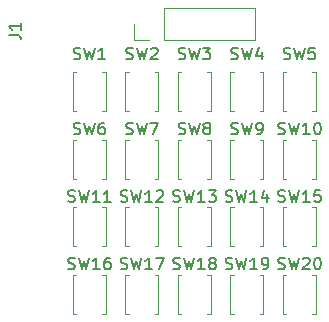
<source format=gbr>
G04 #@! TF.FileFunction,Legend,Top*
%FSLAX46Y46*%
G04 Gerber Fmt 4.6, Leading zero omitted, Abs format (unit mm)*
G04 Created by KiCad (PCBNEW 4.0.7) date 07/07/18 12:03:53*
%MOMM*%
%LPD*%
G01*
G04 APERTURE LIST*
%ADD10C,0.100000*%
%ADD11C,0.120000*%
%ADD12C,0.150000*%
G04 APERTURE END LIST*
D10*
D11*
X119845000Y-98170000D02*
X120145000Y-98170000D01*
X120145000Y-98170000D02*
X120145000Y-94870000D01*
X120145000Y-94870000D02*
X119845000Y-94870000D01*
X117645000Y-98170000D02*
X117345000Y-98170000D01*
X117345000Y-98170000D02*
X117345000Y-94870000D01*
X117345000Y-94870000D02*
X117645000Y-94870000D01*
X124290000Y-98170000D02*
X124590000Y-98170000D01*
X124590000Y-98170000D02*
X124590000Y-94870000D01*
X124590000Y-94870000D02*
X124290000Y-94870000D01*
X122090000Y-98170000D02*
X121790000Y-98170000D01*
X121790000Y-98170000D02*
X121790000Y-94870000D01*
X121790000Y-94870000D02*
X122090000Y-94870000D01*
X128735000Y-98170000D02*
X129035000Y-98170000D01*
X129035000Y-98170000D02*
X129035000Y-94870000D01*
X129035000Y-94870000D02*
X128735000Y-94870000D01*
X126535000Y-98170000D02*
X126235000Y-98170000D01*
X126235000Y-98170000D02*
X126235000Y-94870000D01*
X126235000Y-94870000D02*
X126535000Y-94870000D01*
X133180000Y-98170000D02*
X133480000Y-98170000D01*
X133480000Y-98170000D02*
X133480000Y-94870000D01*
X133480000Y-94870000D02*
X133180000Y-94870000D01*
X130980000Y-98170000D02*
X130680000Y-98170000D01*
X130680000Y-98170000D02*
X130680000Y-94870000D01*
X130680000Y-94870000D02*
X130980000Y-94870000D01*
X137625000Y-98170000D02*
X137925000Y-98170000D01*
X137925000Y-98170000D02*
X137925000Y-94870000D01*
X137925000Y-94870000D02*
X137625000Y-94870000D01*
X135425000Y-98170000D02*
X135125000Y-98170000D01*
X135125000Y-98170000D02*
X135125000Y-94870000D01*
X135125000Y-94870000D02*
X135425000Y-94870000D01*
X117645000Y-100585000D02*
X117345000Y-100585000D01*
X117345000Y-100585000D02*
X117345000Y-103885000D01*
X117345000Y-103885000D02*
X117645000Y-103885000D01*
X119845000Y-100585000D02*
X120145000Y-100585000D01*
X120145000Y-100585000D02*
X120145000Y-103885000D01*
X120145000Y-103885000D02*
X119845000Y-103885000D01*
X122090000Y-100585000D02*
X121790000Y-100585000D01*
X121790000Y-100585000D02*
X121790000Y-103885000D01*
X121790000Y-103885000D02*
X122090000Y-103885000D01*
X124290000Y-100585000D02*
X124590000Y-100585000D01*
X124590000Y-100585000D02*
X124590000Y-103885000D01*
X124590000Y-103885000D02*
X124290000Y-103885000D01*
X126535000Y-100585000D02*
X126235000Y-100585000D01*
X126235000Y-100585000D02*
X126235000Y-103885000D01*
X126235000Y-103885000D02*
X126535000Y-103885000D01*
X128735000Y-100585000D02*
X129035000Y-100585000D01*
X129035000Y-100585000D02*
X129035000Y-103885000D01*
X129035000Y-103885000D02*
X128735000Y-103885000D01*
X130980000Y-100585000D02*
X130680000Y-100585000D01*
X130680000Y-100585000D02*
X130680000Y-103885000D01*
X130680000Y-103885000D02*
X130980000Y-103885000D01*
X133180000Y-100585000D02*
X133480000Y-100585000D01*
X133480000Y-100585000D02*
X133480000Y-103885000D01*
X133480000Y-103885000D02*
X133180000Y-103885000D01*
X135425000Y-100585000D02*
X135125000Y-100585000D01*
X135125000Y-100585000D02*
X135125000Y-103885000D01*
X135125000Y-103885000D02*
X135425000Y-103885000D01*
X137625000Y-100585000D02*
X137925000Y-100585000D01*
X137925000Y-100585000D02*
X137925000Y-103885000D01*
X137925000Y-103885000D02*
X137625000Y-103885000D01*
X117645000Y-106300000D02*
X117345000Y-106300000D01*
X117345000Y-106300000D02*
X117345000Y-109600000D01*
X117345000Y-109600000D02*
X117645000Y-109600000D01*
X119845000Y-106300000D02*
X120145000Y-106300000D01*
X120145000Y-106300000D02*
X120145000Y-109600000D01*
X120145000Y-109600000D02*
X119845000Y-109600000D01*
X122090000Y-106300000D02*
X121790000Y-106300000D01*
X121790000Y-106300000D02*
X121790000Y-109600000D01*
X121790000Y-109600000D02*
X122090000Y-109600000D01*
X124290000Y-106300000D02*
X124590000Y-106300000D01*
X124590000Y-106300000D02*
X124590000Y-109600000D01*
X124590000Y-109600000D02*
X124290000Y-109600000D01*
X126535000Y-106300000D02*
X126235000Y-106300000D01*
X126235000Y-106300000D02*
X126235000Y-109600000D01*
X126235000Y-109600000D02*
X126535000Y-109600000D01*
X128735000Y-106300000D02*
X129035000Y-106300000D01*
X129035000Y-106300000D02*
X129035000Y-109600000D01*
X129035000Y-109600000D02*
X128735000Y-109600000D01*
X130980000Y-106300000D02*
X130680000Y-106300000D01*
X130680000Y-106300000D02*
X130680000Y-109600000D01*
X130680000Y-109600000D02*
X130980000Y-109600000D01*
X133180000Y-106300000D02*
X133480000Y-106300000D01*
X133480000Y-106300000D02*
X133480000Y-109600000D01*
X133480000Y-109600000D02*
X133180000Y-109600000D01*
X135425000Y-106300000D02*
X135125000Y-106300000D01*
X135125000Y-106300000D02*
X135125000Y-109600000D01*
X135125000Y-109600000D02*
X135425000Y-109600000D01*
X137625000Y-106300000D02*
X137925000Y-106300000D01*
X137925000Y-106300000D02*
X137925000Y-109600000D01*
X137925000Y-109600000D02*
X137625000Y-109600000D01*
X117645000Y-112015000D02*
X117345000Y-112015000D01*
X117345000Y-112015000D02*
X117345000Y-115315000D01*
X117345000Y-115315000D02*
X117645000Y-115315000D01*
X119845000Y-112015000D02*
X120145000Y-112015000D01*
X120145000Y-112015000D02*
X120145000Y-115315000D01*
X120145000Y-115315000D02*
X119845000Y-115315000D01*
X122090000Y-112015000D02*
X121790000Y-112015000D01*
X121790000Y-112015000D02*
X121790000Y-115315000D01*
X121790000Y-115315000D02*
X122090000Y-115315000D01*
X124290000Y-112015000D02*
X124590000Y-112015000D01*
X124590000Y-112015000D02*
X124590000Y-115315000D01*
X124590000Y-115315000D02*
X124290000Y-115315000D01*
X126535000Y-112015000D02*
X126235000Y-112015000D01*
X126235000Y-112015000D02*
X126235000Y-115315000D01*
X126235000Y-115315000D02*
X126535000Y-115315000D01*
X128735000Y-112015000D02*
X129035000Y-112015000D01*
X129035000Y-112015000D02*
X129035000Y-115315000D01*
X129035000Y-115315000D02*
X128735000Y-115315000D01*
X130980000Y-112015000D02*
X130680000Y-112015000D01*
X130680000Y-112015000D02*
X130680000Y-115315000D01*
X130680000Y-115315000D02*
X130980000Y-115315000D01*
X133180000Y-112015000D02*
X133480000Y-112015000D01*
X133480000Y-112015000D02*
X133480000Y-115315000D01*
X133480000Y-115315000D02*
X133180000Y-115315000D01*
X135425000Y-112015000D02*
X135125000Y-112015000D01*
X135125000Y-112015000D02*
X135125000Y-115315000D01*
X135125000Y-115315000D02*
X135425000Y-115315000D01*
X137625000Y-112015000D02*
X137925000Y-112015000D01*
X137925000Y-112015000D02*
X137925000Y-115315000D01*
X137925000Y-115315000D02*
X137625000Y-115315000D01*
X125095000Y-92135000D02*
X132775000Y-92135000D01*
X132775000Y-92135000D02*
X132775000Y-89475000D01*
X132775000Y-89475000D02*
X125095000Y-89475000D01*
X125095000Y-89475000D02*
X125095000Y-92135000D01*
X123825000Y-92135000D02*
X122495000Y-92135000D01*
X122495000Y-92135000D02*
X122495000Y-90805000D01*
D12*
X117411667Y-93749762D02*
X117554524Y-93797381D01*
X117792620Y-93797381D01*
X117887858Y-93749762D01*
X117935477Y-93702143D01*
X117983096Y-93606905D01*
X117983096Y-93511667D01*
X117935477Y-93416429D01*
X117887858Y-93368810D01*
X117792620Y-93321190D01*
X117602143Y-93273571D01*
X117506905Y-93225952D01*
X117459286Y-93178333D01*
X117411667Y-93083095D01*
X117411667Y-92987857D01*
X117459286Y-92892619D01*
X117506905Y-92845000D01*
X117602143Y-92797381D01*
X117840239Y-92797381D01*
X117983096Y-92845000D01*
X118316429Y-92797381D02*
X118554524Y-93797381D01*
X118745001Y-93083095D01*
X118935477Y-93797381D01*
X119173572Y-92797381D01*
X120078334Y-93797381D02*
X119506905Y-93797381D01*
X119792619Y-93797381D02*
X119792619Y-92797381D01*
X119697381Y-92940238D01*
X119602143Y-93035476D01*
X119506905Y-93083095D01*
X121856667Y-93749762D02*
X121999524Y-93797381D01*
X122237620Y-93797381D01*
X122332858Y-93749762D01*
X122380477Y-93702143D01*
X122428096Y-93606905D01*
X122428096Y-93511667D01*
X122380477Y-93416429D01*
X122332858Y-93368810D01*
X122237620Y-93321190D01*
X122047143Y-93273571D01*
X121951905Y-93225952D01*
X121904286Y-93178333D01*
X121856667Y-93083095D01*
X121856667Y-92987857D01*
X121904286Y-92892619D01*
X121951905Y-92845000D01*
X122047143Y-92797381D01*
X122285239Y-92797381D01*
X122428096Y-92845000D01*
X122761429Y-92797381D02*
X122999524Y-93797381D01*
X123190001Y-93083095D01*
X123380477Y-93797381D01*
X123618572Y-92797381D01*
X123951905Y-92892619D02*
X123999524Y-92845000D01*
X124094762Y-92797381D01*
X124332858Y-92797381D01*
X124428096Y-92845000D01*
X124475715Y-92892619D01*
X124523334Y-92987857D01*
X124523334Y-93083095D01*
X124475715Y-93225952D01*
X123904286Y-93797381D01*
X124523334Y-93797381D01*
X126301667Y-93749762D02*
X126444524Y-93797381D01*
X126682620Y-93797381D01*
X126777858Y-93749762D01*
X126825477Y-93702143D01*
X126873096Y-93606905D01*
X126873096Y-93511667D01*
X126825477Y-93416429D01*
X126777858Y-93368810D01*
X126682620Y-93321190D01*
X126492143Y-93273571D01*
X126396905Y-93225952D01*
X126349286Y-93178333D01*
X126301667Y-93083095D01*
X126301667Y-92987857D01*
X126349286Y-92892619D01*
X126396905Y-92845000D01*
X126492143Y-92797381D01*
X126730239Y-92797381D01*
X126873096Y-92845000D01*
X127206429Y-92797381D02*
X127444524Y-93797381D01*
X127635001Y-93083095D01*
X127825477Y-93797381D01*
X128063572Y-92797381D01*
X128349286Y-92797381D02*
X128968334Y-92797381D01*
X128635000Y-93178333D01*
X128777858Y-93178333D01*
X128873096Y-93225952D01*
X128920715Y-93273571D01*
X128968334Y-93368810D01*
X128968334Y-93606905D01*
X128920715Y-93702143D01*
X128873096Y-93749762D01*
X128777858Y-93797381D01*
X128492143Y-93797381D01*
X128396905Y-93749762D01*
X128349286Y-93702143D01*
X130746667Y-93749762D02*
X130889524Y-93797381D01*
X131127620Y-93797381D01*
X131222858Y-93749762D01*
X131270477Y-93702143D01*
X131318096Y-93606905D01*
X131318096Y-93511667D01*
X131270477Y-93416429D01*
X131222858Y-93368810D01*
X131127620Y-93321190D01*
X130937143Y-93273571D01*
X130841905Y-93225952D01*
X130794286Y-93178333D01*
X130746667Y-93083095D01*
X130746667Y-92987857D01*
X130794286Y-92892619D01*
X130841905Y-92845000D01*
X130937143Y-92797381D01*
X131175239Y-92797381D01*
X131318096Y-92845000D01*
X131651429Y-92797381D02*
X131889524Y-93797381D01*
X132080001Y-93083095D01*
X132270477Y-93797381D01*
X132508572Y-92797381D01*
X133318096Y-93130714D02*
X133318096Y-93797381D01*
X133080000Y-92749762D02*
X132841905Y-93464048D01*
X133460953Y-93464048D01*
X135191667Y-93749762D02*
X135334524Y-93797381D01*
X135572620Y-93797381D01*
X135667858Y-93749762D01*
X135715477Y-93702143D01*
X135763096Y-93606905D01*
X135763096Y-93511667D01*
X135715477Y-93416429D01*
X135667858Y-93368810D01*
X135572620Y-93321190D01*
X135382143Y-93273571D01*
X135286905Y-93225952D01*
X135239286Y-93178333D01*
X135191667Y-93083095D01*
X135191667Y-92987857D01*
X135239286Y-92892619D01*
X135286905Y-92845000D01*
X135382143Y-92797381D01*
X135620239Y-92797381D01*
X135763096Y-92845000D01*
X136096429Y-92797381D02*
X136334524Y-93797381D01*
X136525001Y-93083095D01*
X136715477Y-93797381D01*
X136953572Y-92797381D01*
X137810715Y-92797381D02*
X137334524Y-92797381D01*
X137286905Y-93273571D01*
X137334524Y-93225952D01*
X137429762Y-93178333D01*
X137667858Y-93178333D01*
X137763096Y-93225952D01*
X137810715Y-93273571D01*
X137858334Y-93368810D01*
X137858334Y-93606905D01*
X137810715Y-93702143D01*
X137763096Y-93749762D01*
X137667858Y-93797381D01*
X137429762Y-93797381D01*
X137334524Y-93749762D01*
X137286905Y-93702143D01*
X117411667Y-100099762D02*
X117554524Y-100147381D01*
X117792620Y-100147381D01*
X117887858Y-100099762D01*
X117935477Y-100052143D01*
X117983096Y-99956905D01*
X117983096Y-99861667D01*
X117935477Y-99766429D01*
X117887858Y-99718810D01*
X117792620Y-99671190D01*
X117602143Y-99623571D01*
X117506905Y-99575952D01*
X117459286Y-99528333D01*
X117411667Y-99433095D01*
X117411667Y-99337857D01*
X117459286Y-99242619D01*
X117506905Y-99195000D01*
X117602143Y-99147381D01*
X117840239Y-99147381D01*
X117983096Y-99195000D01*
X118316429Y-99147381D02*
X118554524Y-100147381D01*
X118745001Y-99433095D01*
X118935477Y-100147381D01*
X119173572Y-99147381D01*
X119983096Y-99147381D02*
X119792619Y-99147381D01*
X119697381Y-99195000D01*
X119649762Y-99242619D01*
X119554524Y-99385476D01*
X119506905Y-99575952D01*
X119506905Y-99956905D01*
X119554524Y-100052143D01*
X119602143Y-100099762D01*
X119697381Y-100147381D01*
X119887858Y-100147381D01*
X119983096Y-100099762D01*
X120030715Y-100052143D01*
X120078334Y-99956905D01*
X120078334Y-99718810D01*
X120030715Y-99623571D01*
X119983096Y-99575952D01*
X119887858Y-99528333D01*
X119697381Y-99528333D01*
X119602143Y-99575952D01*
X119554524Y-99623571D01*
X119506905Y-99718810D01*
X121856667Y-100099762D02*
X121999524Y-100147381D01*
X122237620Y-100147381D01*
X122332858Y-100099762D01*
X122380477Y-100052143D01*
X122428096Y-99956905D01*
X122428096Y-99861667D01*
X122380477Y-99766429D01*
X122332858Y-99718810D01*
X122237620Y-99671190D01*
X122047143Y-99623571D01*
X121951905Y-99575952D01*
X121904286Y-99528333D01*
X121856667Y-99433095D01*
X121856667Y-99337857D01*
X121904286Y-99242619D01*
X121951905Y-99195000D01*
X122047143Y-99147381D01*
X122285239Y-99147381D01*
X122428096Y-99195000D01*
X122761429Y-99147381D02*
X122999524Y-100147381D01*
X123190001Y-99433095D01*
X123380477Y-100147381D01*
X123618572Y-99147381D01*
X123904286Y-99147381D02*
X124570953Y-99147381D01*
X124142381Y-100147381D01*
X126301667Y-100099762D02*
X126444524Y-100147381D01*
X126682620Y-100147381D01*
X126777858Y-100099762D01*
X126825477Y-100052143D01*
X126873096Y-99956905D01*
X126873096Y-99861667D01*
X126825477Y-99766429D01*
X126777858Y-99718810D01*
X126682620Y-99671190D01*
X126492143Y-99623571D01*
X126396905Y-99575952D01*
X126349286Y-99528333D01*
X126301667Y-99433095D01*
X126301667Y-99337857D01*
X126349286Y-99242619D01*
X126396905Y-99195000D01*
X126492143Y-99147381D01*
X126730239Y-99147381D01*
X126873096Y-99195000D01*
X127206429Y-99147381D02*
X127444524Y-100147381D01*
X127635001Y-99433095D01*
X127825477Y-100147381D01*
X128063572Y-99147381D01*
X128587381Y-99575952D02*
X128492143Y-99528333D01*
X128444524Y-99480714D01*
X128396905Y-99385476D01*
X128396905Y-99337857D01*
X128444524Y-99242619D01*
X128492143Y-99195000D01*
X128587381Y-99147381D01*
X128777858Y-99147381D01*
X128873096Y-99195000D01*
X128920715Y-99242619D01*
X128968334Y-99337857D01*
X128968334Y-99385476D01*
X128920715Y-99480714D01*
X128873096Y-99528333D01*
X128777858Y-99575952D01*
X128587381Y-99575952D01*
X128492143Y-99623571D01*
X128444524Y-99671190D01*
X128396905Y-99766429D01*
X128396905Y-99956905D01*
X128444524Y-100052143D01*
X128492143Y-100099762D01*
X128587381Y-100147381D01*
X128777858Y-100147381D01*
X128873096Y-100099762D01*
X128920715Y-100052143D01*
X128968334Y-99956905D01*
X128968334Y-99766429D01*
X128920715Y-99671190D01*
X128873096Y-99623571D01*
X128777858Y-99575952D01*
X130746667Y-100099762D02*
X130889524Y-100147381D01*
X131127620Y-100147381D01*
X131222858Y-100099762D01*
X131270477Y-100052143D01*
X131318096Y-99956905D01*
X131318096Y-99861667D01*
X131270477Y-99766429D01*
X131222858Y-99718810D01*
X131127620Y-99671190D01*
X130937143Y-99623571D01*
X130841905Y-99575952D01*
X130794286Y-99528333D01*
X130746667Y-99433095D01*
X130746667Y-99337857D01*
X130794286Y-99242619D01*
X130841905Y-99195000D01*
X130937143Y-99147381D01*
X131175239Y-99147381D01*
X131318096Y-99195000D01*
X131651429Y-99147381D02*
X131889524Y-100147381D01*
X132080001Y-99433095D01*
X132270477Y-100147381D01*
X132508572Y-99147381D01*
X132937143Y-100147381D02*
X133127619Y-100147381D01*
X133222858Y-100099762D01*
X133270477Y-100052143D01*
X133365715Y-99909286D01*
X133413334Y-99718810D01*
X133413334Y-99337857D01*
X133365715Y-99242619D01*
X133318096Y-99195000D01*
X133222858Y-99147381D01*
X133032381Y-99147381D01*
X132937143Y-99195000D01*
X132889524Y-99242619D01*
X132841905Y-99337857D01*
X132841905Y-99575952D01*
X132889524Y-99671190D01*
X132937143Y-99718810D01*
X133032381Y-99766429D01*
X133222858Y-99766429D01*
X133318096Y-99718810D01*
X133365715Y-99671190D01*
X133413334Y-99575952D01*
X134715476Y-100099762D02*
X134858333Y-100147381D01*
X135096429Y-100147381D01*
X135191667Y-100099762D01*
X135239286Y-100052143D01*
X135286905Y-99956905D01*
X135286905Y-99861667D01*
X135239286Y-99766429D01*
X135191667Y-99718810D01*
X135096429Y-99671190D01*
X134905952Y-99623571D01*
X134810714Y-99575952D01*
X134763095Y-99528333D01*
X134715476Y-99433095D01*
X134715476Y-99337857D01*
X134763095Y-99242619D01*
X134810714Y-99195000D01*
X134905952Y-99147381D01*
X135144048Y-99147381D01*
X135286905Y-99195000D01*
X135620238Y-99147381D02*
X135858333Y-100147381D01*
X136048810Y-99433095D01*
X136239286Y-100147381D01*
X136477381Y-99147381D01*
X137382143Y-100147381D02*
X136810714Y-100147381D01*
X137096428Y-100147381D02*
X137096428Y-99147381D01*
X137001190Y-99290238D01*
X136905952Y-99385476D01*
X136810714Y-99433095D01*
X138001190Y-99147381D02*
X138096429Y-99147381D01*
X138191667Y-99195000D01*
X138239286Y-99242619D01*
X138286905Y-99337857D01*
X138334524Y-99528333D01*
X138334524Y-99766429D01*
X138286905Y-99956905D01*
X138239286Y-100052143D01*
X138191667Y-100099762D01*
X138096429Y-100147381D01*
X138001190Y-100147381D01*
X137905952Y-100099762D01*
X137858333Y-100052143D01*
X137810714Y-99956905D01*
X137763095Y-99766429D01*
X137763095Y-99528333D01*
X137810714Y-99337857D01*
X137858333Y-99242619D01*
X137905952Y-99195000D01*
X138001190Y-99147381D01*
X116935476Y-105814762D02*
X117078333Y-105862381D01*
X117316429Y-105862381D01*
X117411667Y-105814762D01*
X117459286Y-105767143D01*
X117506905Y-105671905D01*
X117506905Y-105576667D01*
X117459286Y-105481429D01*
X117411667Y-105433810D01*
X117316429Y-105386190D01*
X117125952Y-105338571D01*
X117030714Y-105290952D01*
X116983095Y-105243333D01*
X116935476Y-105148095D01*
X116935476Y-105052857D01*
X116983095Y-104957619D01*
X117030714Y-104910000D01*
X117125952Y-104862381D01*
X117364048Y-104862381D01*
X117506905Y-104910000D01*
X117840238Y-104862381D02*
X118078333Y-105862381D01*
X118268810Y-105148095D01*
X118459286Y-105862381D01*
X118697381Y-104862381D01*
X119602143Y-105862381D02*
X119030714Y-105862381D01*
X119316428Y-105862381D02*
X119316428Y-104862381D01*
X119221190Y-105005238D01*
X119125952Y-105100476D01*
X119030714Y-105148095D01*
X120554524Y-105862381D02*
X119983095Y-105862381D01*
X120268809Y-105862381D02*
X120268809Y-104862381D01*
X120173571Y-105005238D01*
X120078333Y-105100476D01*
X119983095Y-105148095D01*
X121380476Y-105814762D02*
X121523333Y-105862381D01*
X121761429Y-105862381D01*
X121856667Y-105814762D01*
X121904286Y-105767143D01*
X121951905Y-105671905D01*
X121951905Y-105576667D01*
X121904286Y-105481429D01*
X121856667Y-105433810D01*
X121761429Y-105386190D01*
X121570952Y-105338571D01*
X121475714Y-105290952D01*
X121428095Y-105243333D01*
X121380476Y-105148095D01*
X121380476Y-105052857D01*
X121428095Y-104957619D01*
X121475714Y-104910000D01*
X121570952Y-104862381D01*
X121809048Y-104862381D01*
X121951905Y-104910000D01*
X122285238Y-104862381D02*
X122523333Y-105862381D01*
X122713810Y-105148095D01*
X122904286Y-105862381D01*
X123142381Y-104862381D01*
X124047143Y-105862381D02*
X123475714Y-105862381D01*
X123761428Y-105862381D02*
X123761428Y-104862381D01*
X123666190Y-105005238D01*
X123570952Y-105100476D01*
X123475714Y-105148095D01*
X124428095Y-104957619D02*
X124475714Y-104910000D01*
X124570952Y-104862381D01*
X124809048Y-104862381D01*
X124904286Y-104910000D01*
X124951905Y-104957619D01*
X124999524Y-105052857D01*
X124999524Y-105148095D01*
X124951905Y-105290952D01*
X124380476Y-105862381D01*
X124999524Y-105862381D01*
X125825476Y-105814762D02*
X125968333Y-105862381D01*
X126206429Y-105862381D01*
X126301667Y-105814762D01*
X126349286Y-105767143D01*
X126396905Y-105671905D01*
X126396905Y-105576667D01*
X126349286Y-105481429D01*
X126301667Y-105433810D01*
X126206429Y-105386190D01*
X126015952Y-105338571D01*
X125920714Y-105290952D01*
X125873095Y-105243333D01*
X125825476Y-105148095D01*
X125825476Y-105052857D01*
X125873095Y-104957619D01*
X125920714Y-104910000D01*
X126015952Y-104862381D01*
X126254048Y-104862381D01*
X126396905Y-104910000D01*
X126730238Y-104862381D02*
X126968333Y-105862381D01*
X127158810Y-105148095D01*
X127349286Y-105862381D01*
X127587381Y-104862381D01*
X128492143Y-105862381D02*
X127920714Y-105862381D01*
X128206428Y-105862381D02*
X128206428Y-104862381D01*
X128111190Y-105005238D01*
X128015952Y-105100476D01*
X127920714Y-105148095D01*
X128825476Y-104862381D02*
X129444524Y-104862381D01*
X129111190Y-105243333D01*
X129254048Y-105243333D01*
X129349286Y-105290952D01*
X129396905Y-105338571D01*
X129444524Y-105433810D01*
X129444524Y-105671905D01*
X129396905Y-105767143D01*
X129349286Y-105814762D01*
X129254048Y-105862381D01*
X128968333Y-105862381D01*
X128873095Y-105814762D01*
X128825476Y-105767143D01*
X130270476Y-105814762D02*
X130413333Y-105862381D01*
X130651429Y-105862381D01*
X130746667Y-105814762D01*
X130794286Y-105767143D01*
X130841905Y-105671905D01*
X130841905Y-105576667D01*
X130794286Y-105481429D01*
X130746667Y-105433810D01*
X130651429Y-105386190D01*
X130460952Y-105338571D01*
X130365714Y-105290952D01*
X130318095Y-105243333D01*
X130270476Y-105148095D01*
X130270476Y-105052857D01*
X130318095Y-104957619D01*
X130365714Y-104910000D01*
X130460952Y-104862381D01*
X130699048Y-104862381D01*
X130841905Y-104910000D01*
X131175238Y-104862381D02*
X131413333Y-105862381D01*
X131603810Y-105148095D01*
X131794286Y-105862381D01*
X132032381Y-104862381D01*
X132937143Y-105862381D02*
X132365714Y-105862381D01*
X132651428Y-105862381D02*
X132651428Y-104862381D01*
X132556190Y-105005238D01*
X132460952Y-105100476D01*
X132365714Y-105148095D01*
X133794286Y-105195714D02*
X133794286Y-105862381D01*
X133556190Y-104814762D02*
X133318095Y-105529048D01*
X133937143Y-105529048D01*
X134715476Y-105814762D02*
X134858333Y-105862381D01*
X135096429Y-105862381D01*
X135191667Y-105814762D01*
X135239286Y-105767143D01*
X135286905Y-105671905D01*
X135286905Y-105576667D01*
X135239286Y-105481429D01*
X135191667Y-105433810D01*
X135096429Y-105386190D01*
X134905952Y-105338571D01*
X134810714Y-105290952D01*
X134763095Y-105243333D01*
X134715476Y-105148095D01*
X134715476Y-105052857D01*
X134763095Y-104957619D01*
X134810714Y-104910000D01*
X134905952Y-104862381D01*
X135144048Y-104862381D01*
X135286905Y-104910000D01*
X135620238Y-104862381D02*
X135858333Y-105862381D01*
X136048810Y-105148095D01*
X136239286Y-105862381D01*
X136477381Y-104862381D01*
X137382143Y-105862381D02*
X136810714Y-105862381D01*
X137096428Y-105862381D02*
X137096428Y-104862381D01*
X137001190Y-105005238D01*
X136905952Y-105100476D01*
X136810714Y-105148095D01*
X138286905Y-104862381D02*
X137810714Y-104862381D01*
X137763095Y-105338571D01*
X137810714Y-105290952D01*
X137905952Y-105243333D01*
X138144048Y-105243333D01*
X138239286Y-105290952D01*
X138286905Y-105338571D01*
X138334524Y-105433810D01*
X138334524Y-105671905D01*
X138286905Y-105767143D01*
X138239286Y-105814762D01*
X138144048Y-105862381D01*
X137905952Y-105862381D01*
X137810714Y-105814762D01*
X137763095Y-105767143D01*
X116935476Y-111529762D02*
X117078333Y-111577381D01*
X117316429Y-111577381D01*
X117411667Y-111529762D01*
X117459286Y-111482143D01*
X117506905Y-111386905D01*
X117506905Y-111291667D01*
X117459286Y-111196429D01*
X117411667Y-111148810D01*
X117316429Y-111101190D01*
X117125952Y-111053571D01*
X117030714Y-111005952D01*
X116983095Y-110958333D01*
X116935476Y-110863095D01*
X116935476Y-110767857D01*
X116983095Y-110672619D01*
X117030714Y-110625000D01*
X117125952Y-110577381D01*
X117364048Y-110577381D01*
X117506905Y-110625000D01*
X117840238Y-110577381D02*
X118078333Y-111577381D01*
X118268810Y-110863095D01*
X118459286Y-111577381D01*
X118697381Y-110577381D01*
X119602143Y-111577381D02*
X119030714Y-111577381D01*
X119316428Y-111577381D02*
X119316428Y-110577381D01*
X119221190Y-110720238D01*
X119125952Y-110815476D01*
X119030714Y-110863095D01*
X120459286Y-110577381D02*
X120268809Y-110577381D01*
X120173571Y-110625000D01*
X120125952Y-110672619D01*
X120030714Y-110815476D01*
X119983095Y-111005952D01*
X119983095Y-111386905D01*
X120030714Y-111482143D01*
X120078333Y-111529762D01*
X120173571Y-111577381D01*
X120364048Y-111577381D01*
X120459286Y-111529762D01*
X120506905Y-111482143D01*
X120554524Y-111386905D01*
X120554524Y-111148810D01*
X120506905Y-111053571D01*
X120459286Y-111005952D01*
X120364048Y-110958333D01*
X120173571Y-110958333D01*
X120078333Y-111005952D01*
X120030714Y-111053571D01*
X119983095Y-111148810D01*
X121380476Y-111529762D02*
X121523333Y-111577381D01*
X121761429Y-111577381D01*
X121856667Y-111529762D01*
X121904286Y-111482143D01*
X121951905Y-111386905D01*
X121951905Y-111291667D01*
X121904286Y-111196429D01*
X121856667Y-111148810D01*
X121761429Y-111101190D01*
X121570952Y-111053571D01*
X121475714Y-111005952D01*
X121428095Y-110958333D01*
X121380476Y-110863095D01*
X121380476Y-110767857D01*
X121428095Y-110672619D01*
X121475714Y-110625000D01*
X121570952Y-110577381D01*
X121809048Y-110577381D01*
X121951905Y-110625000D01*
X122285238Y-110577381D02*
X122523333Y-111577381D01*
X122713810Y-110863095D01*
X122904286Y-111577381D01*
X123142381Y-110577381D01*
X124047143Y-111577381D02*
X123475714Y-111577381D01*
X123761428Y-111577381D02*
X123761428Y-110577381D01*
X123666190Y-110720238D01*
X123570952Y-110815476D01*
X123475714Y-110863095D01*
X124380476Y-110577381D02*
X125047143Y-110577381D01*
X124618571Y-111577381D01*
X125825476Y-111529762D02*
X125968333Y-111577381D01*
X126206429Y-111577381D01*
X126301667Y-111529762D01*
X126349286Y-111482143D01*
X126396905Y-111386905D01*
X126396905Y-111291667D01*
X126349286Y-111196429D01*
X126301667Y-111148810D01*
X126206429Y-111101190D01*
X126015952Y-111053571D01*
X125920714Y-111005952D01*
X125873095Y-110958333D01*
X125825476Y-110863095D01*
X125825476Y-110767857D01*
X125873095Y-110672619D01*
X125920714Y-110625000D01*
X126015952Y-110577381D01*
X126254048Y-110577381D01*
X126396905Y-110625000D01*
X126730238Y-110577381D02*
X126968333Y-111577381D01*
X127158810Y-110863095D01*
X127349286Y-111577381D01*
X127587381Y-110577381D01*
X128492143Y-111577381D02*
X127920714Y-111577381D01*
X128206428Y-111577381D02*
X128206428Y-110577381D01*
X128111190Y-110720238D01*
X128015952Y-110815476D01*
X127920714Y-110863095D01*
X129063571Y-111005952D02*
X128968333Y-110958333D01*
X128920714Y-110910714D01*
X128873095Y-110815476D01*
X128873095Y-110767857D01*
X128920714Y-110672619D01*
X128968333Y-110625000D01*
X129063571Y-110577381D01*
X129254048Y-110577381D01*
X129349286Y-110625000D01*
X129396905Y-110672619D01*
X129444524Y-110767857D01*
X129444524Y-110815476D01*
X129396905Y-110910714D01*
X129349286Y-110958333D01*
X129254048Y-111005952D01*
X129063571Y-111005952D01*
X128968333Y-111053571D01*
X128920714Y-111101190D01*
X128873095Y-111196429D01*
X128873095Y-111386905D01*
X128920714Y-111482143D01*
X128968333Y-111529762D01*
X129063571Y-111577381D01*
X129254048Y-111577381D01*
X129349286Y-111529762D01*
X129396905Y-111482143D01*
X129444524Y-111386905D01*
X129444524Y-111196429D01*
X129396905Y-111101190D01*
X129349286Y-111053571D01*
X129254048Y-111005952D01*
X130270476Y-111529762D02*
X130413333Y-111577381D01*
X130651429Y-111577381D01*
X130746667Y-111529762D01*
X130794286Y-111482143D01*
X130841905Y-111386905D01*
X130841905Y-111291667D01*
X130794286Y-111196429D01*
X130746667Y-111148810D01*
X130651429Y-111101190D01*
X130460952Y-111053571D01*
X130365714Y-111005952D01*
X130318095Y-110958333D01*
X130270476Y-110863095D01*
X130270476Y-110767857D01*
X130318095Y-110672619D01*
X130365714Y-110625000D01*
X130460952Y-110577381D01*
X130699048Y-110577381D01*
X130841905Y-110625000D01*
X131175238Y-110577381D02*
X131413333Y-111577381D01*
X131603810Y-110863095D01*
X131794286Y-111577381D01*
X132032381Y-110577381D01*
X132937143Y-111577381D02*
X132365714Y-111577381D01*
X132651428Y-111577381D02*
X132651428Y-110577381D01*
X132556190Y-110720238D01*
X132460952Y-110815476D01*
X132365714Y-110863095D01*
X133413333Y-111577381D02*
X133603809Y-111577381D01*
X133699048Y-111529762D01*
X133746667Y-111482143D01*
X133841905Y-111339286D01*
X133889524Y-111148810D01*
X133889524Y-110767857D01*
X133841905Y-110672619D01*
X133794286Y-110625000D01*
X133699048Y-110577381D01*
X133508571Y-110577381D01*
X133413333Y-110625000D01*
X133365714Y-110672619D01*
X133318095Y-110767857D01*
X133318095Y-111005952D01*
X133365714Y-111101190D01*
X133413333Y-111148810D01*
X133508571Y-111196429D01*
X133699048Y-111196429D01*
X133794286Y-111148810D01*
X133841905Y-111101190D01*
X133889524Y-111005952D01*
X134715476Y-111529762D02*
X134858333Y-111577381D01*
X135096429Y-111577381D01*
X135191667Y-111529762D01*
X135239286Y-111482143D01*
X135286905Y-111386905D01*
X135286905Y-111291667D01*
X135239286Y-111196429D01*
X135191667Y-111148810D01*
X135096429Y-111101190D01*
X134905952Y-111053571D01*
X134810714Y-111005952D01*
X134763095Y-110958333D01*
X134715476Y-110863095D01*
X134715476Y-110767857D01*
X134763095Y-110672619D01*
X134810714Y-110625000D01*
X134905952Y-110577381D01*
X135144048Y-110577381D01*
X135286905Y-110625000D01*
X135620238Y-110577381D02*
X135858333Y-111577381D01*
X136048810Y-110863095D01*
X136239286Y-111577381D01*
X136477381Y-110577381D01*
X136810714Y-110672619D02*
X136858333Y-110625000D01*
X136953571Y-110577381D01*
X137191667Y-110577381D01*
X137286905Y-110625000D01*
X137334524Y-110672619D01*
X137382143Y-110767857D01*
X137382143Y-110863095D01*
X137334524Y-111005952D01*
X136763095Y-111577381D01*
X137382143Y-111577381D01*
X138001190Y-110577381D02*
X138096429Y-110577381D01*
X138191667Y-110625000D01*
X138239286Y-110672619D01*
X138286905Y-110767857D01*
X138334524Y-110958333D01*
X138334524Y-111196429D01*
X138286905Y-111386905D01*
X138239286Y-111482143D01*
X138191667Y-111529762D01*
X138096429Y-111577381D01*
X138001190Y-111577381D01*
X137905952Y-111529762D01*
X137858333Y-111482143D01*
X137810714Y-111386905D01*
X137763095Y-111196429D01*
X137763095Y-110958333D01*
X137810714Y-110767857D01*
X137858333Y-110672619D01*
X137905952Y-110625000D01*
X138001190Y-110577381D01*
X111910881Y-91709833D02*
X112625167Y-91709833D01*
X112768024Y-91757453D01*
X112863262Y-91852691D01*
X112910881Y-91995548D01*
X112910881Y-92090786D01*
X112910881Y-90709833D02*
X112910881Y-91281262D01*
X112910881Y-90995548D02*
X111910881Y-90995548D01*
X112053738Y-91090786D01*
X112148976Y-91186024D01*
X112196595Y-91281262D01*
M02*

</source>
